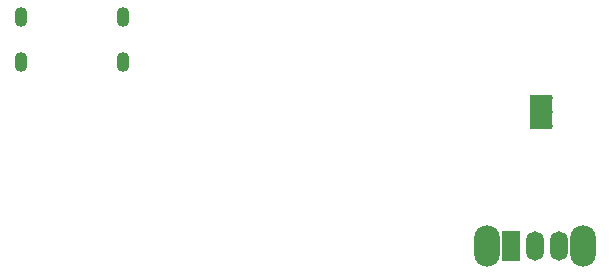
<source format=gbr>
%TF.GenerationSoftware,KiCad,Pcbnew,9.0.0*%
%TF.CreationDate,2025-03-27T10:14:57+02:00*%
%TF.ProjectId,,58585858-5858-4585-9858-585858585858,rev?*%
%TF.SameCoordinates,Original*%
%TF.FileFunction,Copper,L2,Bot*%
%TF.FilePolarity,Positive*%
%FSLAX46Y46*%
G04 Gerber Fmt 4.6, Leading zero omitted, Abs format (unit mm)*
G04 Created by KiCad (PCBNEW 9.0.0) date 2025-03-27 10:14:57*
%MOMM*%
%LPD*%
G01*
G04 APERTURE LIST*
%TA.AperFunction,HeatsinkPad*%
%ADD10C,0.500000*%
%TD*%
%TA.AperFunction,HeatsinkPad*%
%ADD11R,1.900000X2.900000*%
%TD*%
%TA.AperFunction,ComponentPad*%
%ADD12O,2.200000X3.500000*%
%TD*%
%TA.AperFunction,ComponentPad*%
%ADD13R,1.500000X2.500000*%
%TD*%
%TA.AperFunction,ComponentPad*%
%ADD14O,1.500000X2.500000*%
%TD*%
%TA.AperFunction,HeatsinkPad*%
%ADD15O,1.100000X1.700000*%
%TD*%
G04 APERTURE END LIST*
D10*
%TO.P,U8,9,EPAD*%
%TO.N,GND*%
X170360000Y-80050000D03*
X170360000Y-81250000D03*
X170360000Y-82450000D03*
D11*
X171060000Y-81250000D03*
D10*
X171760000Y-80050000D03*
X171760000Y-81250000D03*
X171760000Y-82450000D03*
%TD*%
D12*
%TO.P,SW1,*%
%TO.N,*%
X166410000Y-92600000D03*
X174610000Y-92600000D03*
D13*
%TO.P,SW1,1,A*%
%TO.N,/Battery*%
X168510000Y-92600000D03*
D14*
%TO.P,SW1,2,B*%
%TO.N,Net-(SW1-B)*%
X170510000Y-92600000D03*
%TO.P,SW1,3,C*%
%TO.N,unconnected-(SW1-C-Pad3)*%
X172510000Y-92600000D03*
%TD*%
D15*
%TO.P,J2,S1,Shield*%
%TO.N,GND*%
X127000000Y-73200000D03*
X127000000Y-77000000D03*
X135640000Y-73200000D03*
X135640000Y-77000000D03*
%TD*%
M02*

</source>
